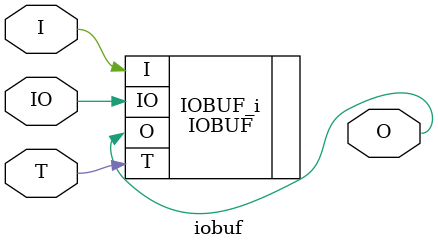
<source format=v>

/*!
 * <b>Module:</b>iobuf
 * @file iobuf.v
 * @date 2015-05-15  
 * @author Andrey Filippov     
 *
 * @brief Wrapper for IOBUF primitive
 *
 * @copyright Copyright (c) 2015 Elphel, Inc.
 *
 * <b>License:</b>
 *
 * iobuf.v is free software; you can redistribute it and/or modify
 * it under the terms of the GNU General Public License as published by
 * the Free Software Foundation, either version 3 of the License, or
 * (at your option) any later version.
 *
 *  iobuf.v is distributed in the hope that it will be useful,
 * but WITHOUT ANY WARRANTY; without even the implied warranty of
 * MERCHANTABILITY or FITNESS FOR A PARTICULAR PURPOSE.  See the
 * GNU General Public License for more details.
 *
 * You should have received a copy of the GNU General Public License
 * along with this program.  If not, see <http://www.gnu.org/licenses/> .
 *
 * Additional permission under GNU GPL version 3 section 7:
 * If you modify this Program, or any covered work, by linking or combining it
 * with independent modules provided by the FPGA vendor only (this permission
 * does not extend to any 3-rd party modules, "soft cores" or macros) under
 * different license terms solely for the purpose of generating binary "bitstream"
 * files and/or simulating the code, the copyright holders of this Program give
 * you the right to distribute the covered work without those independent modules
 * as long as the source code for them is available from the FPGA vendor free of
 * charge, and there is no dependence on any encrypted modules for simulating of
 * the combined code. This permission applies to you if the distributed code
 * contains all the components and scripts required to completely simulate it
 * with at least one of the Free Software programs.
 */
`timescale 1ns/1ps

module  iobuf#(
    parameter integer DRIVE = 12,
    parameter IBUF_LOW_PWR = "TRUE",
    parameter IOSTANDARD = "DEFAULT",
`ifdef XIL_TIMING
    parameter LOC = " UNPLACED",
`endif
    parameter SLEW = "SLOW"
)(
    output O,
    inout  IO,
    input  I,
    input  T
);

    IOBUF #(
        .DRIVE        (DRIVE),
        .IBUF_LOW_PWR (IBUF_LOW_PWR),
        .IOSTANDARD   (IOSTANDARD),
        .SLEW         (SLEW)
    ) IOBUF_i (
        .O  (O), // output 
        .IO (IO), // inout 
        .I  (I), // input 
        .T  (T) // input 
    );
endmodule


</source>
